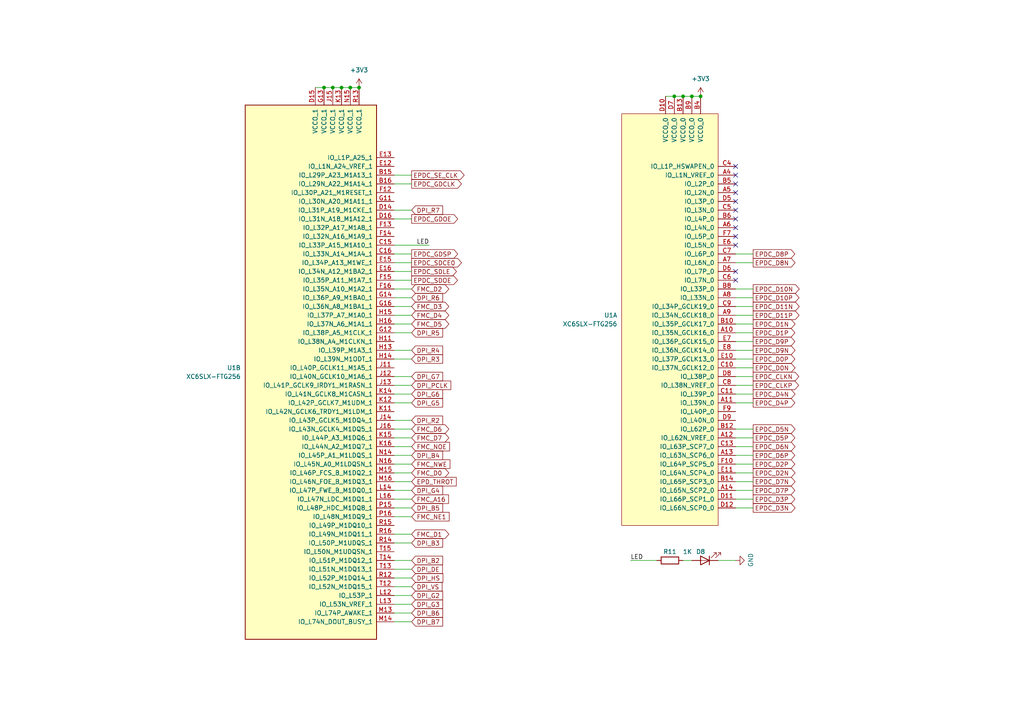
<source format=kicad_sch>
(kicad_sch (version 20231120) (generator "eeschema") (generator_version "8.0")
  (paper "A4")
  (lib_symbols
    (symbol "Device:LED" (pin_numbers hide) (pin_names (offset 1.016) hide)
      (property "Reference" "D" (at 0 2.54 0))
      (property "Value" "LED" (at 0 -2.54 0))
      (symbol "LED_0_1"
        (polyline (pts (xy -1.27 -1.27) (xy -1.27 1.27)) (stroke (width 0.254)))
        (polyline (pts (xy -1.27 0) (xy 1.27 0)))
        (polyline (pts (xy 1.27 -1.27) (xy 1.27 1.27) (xy -1.27 0) (xy 1.27 -1.27)) (stroke (width 0.254)))
        (polyline (pts (xy -3.048 -0.762) (xy -4.572 -2.286) (xy -3.81 -2.286) (xy -4.572 -2.286) (xy -4.572 -1.524)))
        (polyline (pts (xy -1.778 -0.762) (xy -3.302 -2.286) (xy -2.54 -2.286) (xy -3.302 -2.286) (xy -3.302 -1.524)))
      )
      (symbol "LED_1_1"
        (pin passive line (at -3.81 0 0) (length 2.54) (name "K") (number "1"))
        (pin passive line (at 3.81 0 180) (length 2.54) (name "A") (number "2"))
      )
    )
    (symbol "Device:R" (pin_numbers hide) (pin_names (offset 0))
      (property "Reference" "R" (at 2.032 0 90))
      (property "Value" "R" (at 0 0 90))
      (symbol "R_0_1"
        (rectangle (start -1.016 -2.54) (end 1.016 2.54) (stroke (width 0.254)))
      )
      (symbol "R_1_1"
        (pin passive line (at 0 3.81 270) (length 1.27) (name "~") (number "1"))
        (pin passive line (at 0 -3.81 90) (length 1.27) (name "~") (number "2"))
      )
    )
    (symbol "power:GND" (power) (pin_names (offset 0))
      (property "Value" "GND" (at 0 -3.81 0))
      (symbol "GND_0_1"
        (polyline (pts (xy 0 0) (xy 0 -1.27) (xy 1.27 -1.27) (xy 0 -2.54) (xy -1.27 -1.27) (xy 0 -1.27)))
      )
      (symbol "GND_1_1"
        (pin power_in line (at 0 0 270) (length 0) hide (name "GND") (number "1"))
      )
    )
    (symbol "symbols:+V" (power) (pin_names (offset 0))
      (property "Value" "+V" (at 0 3.556 0))
      (symbol "+V_0_1"
        (polyline (pts (xy -0.762 1.27) (xy 0 2.54)))
        (polyline (pts (xy 0 0) (xy 0 2.54)))
        (polyline (pts (xy 0 2.54) (xy 0.762 1.27)))
      )
      (symbol "+V_1_1"
        (pin power_in line (at 0 0 90) (length 0) hide (name "~") (number "1"))
      )
    )
    (symbol "symbols:XC6SLX-FTG256" (pin_names (offset 1.016))
      (property "Reference" "U" (at 0 1.27 0))
      (property "Value" "XC6SLX-FTG256" (at 0 -1.27 0))
      (symbol "XC6SLX-FTG256_1_1"
        (rectangle (start -15.24 60.96) (end 12.7 -58.42) (fill (type background)))
        (pin bidirectional line (at 17.78 -2.54 180) (length 5.08) (name "IO_L35N_GCLK16_0") (number "A10"))
        (pin bidirectional line (at 17.78 -22.86 180) (length 5.08) (name "IO_L39N_0") (number "A11"))
        (pin bidirectional line (at 17.78 -33.02 180) (length 5.08) (name "IO_L62N_VREF_0") (number "A12"))
        (pin bidirectional line (at 17.78 -38.1 180) (length 5.08) (name "IO_L63N_SCP6_0") (number "A13"))
        (pin bidirectional line (at 17.78 -48.26 180) (length 5.08) (name "IO_L65N_SCP2_0") (number "A14"))
        (pin bidirectional line (at 17.78 43.18 180) (length 5.08) (name "IO_L1N_VREF_0") (number "A4"))
        (pin bidirectional line (at 17.78 38.1 180) (length 5.08) (name "IO_L2N_0") (number "A5"))
        (pin bidirectional line (at 17.78 27.94 180) (length 5.08) (name "IO_L4N_0") (number "A6"))
        (pin bidirectional line (at 17.78 17.78 180) (length 5.08) (name "IO_L6N_0") (number "A7"))
        (pin bidirectional line (at 17.78 7.62 180) (length 5.08) (name "IO_L33N_0") (number "A8"))
        (pin bidirectional line (at 17.78 2.54 180) (length 5.08) (name "IO_L34N_GCLK18_0") (number "A9"))
        (pin bidirectional line (at 17.78 0 180) (length 5.08) (name "IO_L35P_GCLK17_0") (number "B10"))
        (pin bidirectional line (at 17.78 -30.48 180) (length 5.08) (name "IO_L62P_0") (number "B12"))
        (pin power_in line (at 2.54 66.04 270) (length 5.08) (name "VCCO_0") (number "B13"))
        (pin bidirectional line (at 17.78 -45.72 180) (length 5.08) (name "IO_L65P_SCP3_0") (number "B14"))
        (pin power_in line (at 7.62 66.04 270) (length 5.08) (name "VCCO_0") (number "B4"))
        (pin bidirectional line (at 17.78 40.64 180) (length 5.08) (name "IO_L2P_0") (number "B5"))
        (pin bidirectional line (at 17.78 30.48 180) (length 5.08) (name "IO_L4P_0") (number "B6"))
        (pin bidirectional line (at 17.78 10.16 180) (length 5.08) (name "IO_L33P_0") (number "B8"))
        (pin power_in line (at 5.08 66.04 270) (length 5.08) (name "VCCO_0") (number "B9"))
        (pin bidirectional line (at 17.78 -12.7 180) (length 5.08) (name "IO_L37N_GCLK12_0") (number "C10"))
        (pin bidirectional line (at 17.78 -20.32 180) (length 5.08) (name "IO_L39P_0") (number "C11"))
        (pin bidirectional line (at 17.78 -35.56 180) (length 5.08) (name "IO_L63P_SCP7_0") (number "C13"))
        (pin bidirectional line (at 17.78 45.72 180) (length 5.08) (name "IO_L1P_HSWAPEN_0") (number "C4"))
        (pin bidirectional line (at 17.78 33.02 180) (length 5.08) (name "IO_L3N_0") (number "C5"))
        (pin bidirectional line (at 17.78 12.7 180) (length 5.08) (name "IO_L7N_0") (number "C6"))
        (pin bidirectional line (at 17.78 20.32 180) (length 5.08) (name "IO_L6P_0") (number "C7"))
        (pin bidirectional line (at 17.78 -17.78 180) (length 5.08) (name "IO_L38N_VREF_0") (number "C8"))
        (pin bidirectional line (at 17.78 5.08 180) (length 5.08) (name "IO_L34P_GCLK19_0") (number "C9"))
        (pin power_in line (at -2.54 66.04 270) (length 5.08) (name "VCCO_0") (number "D10"))
        (pin bidirectional line (at 17.78 -50.8 180) (length 5.08) (name "IO_L66P_SCP1_0") (number "D11"))
        (pin bidirectional line (at 17.78 -53.34 180) (length 5.08) (name "IO_L66N_SCP0_0") (number "D12"))
        (pin bidirectional line (at 17.78 35.56 180) (length 5.08) (name "IO_L3P_0") (number "D5"))
        (pin bidirectional line (at 17.78 15.24 180) (length 5.08) (name "IO_L7P_0") (number "D6"))
        (pin power_in line (at 0 66.04 270) (length 5.08) (name "VCCO_0") (number "D7"))
        (pin bidirectional line (at 17.78 -15.24 180) (length 5.08) (name "IO_L38P_0") (number "D8"))
        (pin bidirectional line (at 17.78 -27.94 180) (length 5.08) (name "IO_L40N_0") (number "D9"))
        (pin bidirectional line (at 17.78 -10.16 180) (length 5.08) (name "IO_L37P_GCLK13_0") (number "E10"))
        (pin bidirectional line (at 17.78 -43.18 180) (length 5.08) (name "IO_L64N_SCP4_0") (number "E11"))
        (pin bidirectional line (at 17.78 22.86 180) (length 5.08) (name "IO_L5N_0") (number "E6"))
        (pin bidirectional line (at 17.78 -5.08 180) (length 5.08) (name "IO_L36P_GCLK15_0") (number "E7"))
        (pin bidirectional line (at 17.78 -7.62 180) (length 5.08) (name "IO_L36N_GCLK14_0") (number "E8"))
        (pin bidirectional line (at 17.78 -40.64 180) (length 5.08) (name "IO_L64P_SCP5_0") (number "F10"))
        (pin bidirectional line (at 17.78 25.4 180) (length 5.08) (name "IO_L5P_0") (number "F7"))
        (pin bidirectional line (at 17.78 -25.4 180) (length 5.08) (name "IO_L40P_0") (number "F9"))
      )
      (symbol "XC6SLX-FTG256_2_1"
        (rectangle (start -20.32 76.2) (end 17.78 -78.74) (stroke (width 0.254)) (fill (type background)))
        (pin bidirectional line (at 22.86 55.88 180) (length 5.08) (name "IO_L29P_A23_M1A13_1") (number "B15"))
        (pin bidirectional line (at 22.86 53.34 180) (length 5.08) (name "IO_L29N_A22_M1A14_1") (number "B16"))
        (pin bidirectional line (at 22.86 35.56 180) (length 5.08) (name "IO_L33P_A15_M1A10_1") (number "C15"))
        (pin bidirectional line (at 22.86 33.02 180) (length 5.08) (name "IO_L33N_A14_M1A4_1") (number "C16"))
        (pin bidirectional line (at 22.86 45.72 180) (length 5.08) (name "IO_L31P_A19_M1CKE_1") (number "D14"))
        (pin power_in line (at 0 81.28 270) (length 5.08) (name "VCCO_1") (number "D15"))
        (pin bidirectional line (at 22.86 43.18 180) (length 5.08) (name "IO_L31N_A18_M1A12_1") (number "D16"))
        (pin bidirectional line (at 22.86 58.42 180) (length 5.08) (name "IO_L1N_A24_VREF_1") (number "E12"))
        (pin bidirectional line (at 22.86 60.96 180) (length 5.08) (name "IO_L1P_A25_1") (number "E13"))
        (pin bidirectional line (at 22.86 30.48 180) (length 5.08) (name "IO_L34P_A13_M1WE_1") (number "E15"))
        (pin bidirectional line (at 22.86 27.94 180) (length 5.08) (name "IO_L34N_A12_M1BA2_1") (number "E16"))
        (pin bidirectional line (at 22.86 50.8 180) (length 5.08) (name "IO_L30P_A21_M1RESET_1") (number "F12"))
        (pin bidirectional line (at 22.86 40.64 180) (length 5.08) (name "IO_L32P_A17_M1A8_1") (number "F13"))
        (pin bidirectional line (at 22.86 38.1 180) (length 5.08) (name "IO_L32N_A16_M1A9_1") (number "F14"))
        (pin bidirectional line (at 22.86 25.4 180) (length 5.08) (name "IO_L35P_A11_M1A7_1") (number "F15"))
        (pin bidirectional line (at 22.86 22.86 180) (length 5.08) (name "IO_L35N_A10_M1A2_1") (number "F16"))
        (pin bidirectional line (at 22.86 48.26 180) (length 5.08) (name "IO_L30N_A20_M1A11_1") (number "G11"))
        (pin bidirectional line (at 22.86 10.16 180) (length 5.08) (name "IO_L38P_A5_M1CLK_1") (number "G12"))
        (pin power_in line (at 2.54 81.28 270) (length 5.08) (name "VCCO_1") (number "G13"))
        (pin bidirectional line (at 22.86 20.32 180) (length 5.08) (name "IO_L36P_A9_M1BA0_1") (number "G14"))
        (pin bidirectional line (at 22.86 17.78 180) (length 5.08) (name "IO_L36N_A8_M1BA1_1") (number "G16"))
        (pin bidirectional line (at 22.86 7.62 180) (length 5.08) (name "IO_L38N_A4_M1CLKN_1") (number "H11"))
        (pin bidirectional line (at 22.86 5.08 180) (length 5.08) (name "IO_L39P_M1A3_1") (number "H13"))
        (pin bidirectional line (at 22.86 2.54 180) (length 5.08) (name "IO_L39N_M1ODT_1") (number "H14"))
        (pin bidirectional line (at 22.86 15.24 180) (length 5.08) (name "IO_L37P_A7_M1A0_1") (number "H15"))
        (pin bidirectional line (at 22.86 12.7 180) (length 5.08) (name "IO_L37N_A6_M1A1_1") (number "H16"))
        (pin bidirectional line (at 22.86 0 180) (length 5.08) (name "IO_L40P_GCLK11_M1A5_1") (number "J11"))
        (pin bidirectional line (at 22.86 -2.54 180) (length 5.08) (name "IO_L40N_GCLK10_M1A6_1") (number "J12"))
        (pin bidirectional line (at 22.86 -5.08 180) (length 5.08) (name "IO_L41P_GCLK9_IRDY1_M1RASN_1") (number "J13"))
        (pin bidirectional line (at 22.86 -15.24 180) (length 5.08) (name "IO_L43P_GCLK5_M1DQ4_1") (number "J14"))
        (pin power_in line (at 5.08 81.28 270) (length 5.08) (name "VCCO_1") (number "J15"))
        (pin bidirectional line (at 22.86 -17.78 180) (length 5.08) (name "IO_L43N_GCLK4_M1DQ5_1") (number "J16"))
        (pin bidirectional line (at 22.86 -12.7 180) (length 5.08) (name "IO_L42N_GCLK6_TRDY1_M1LDM_1") (number "K11"))
        (pin bidirectional line (at 22.86 -10.16 180) (length 5.08) (name "IO_L42P_GCLK7_M1UDM_1") (number "K12"))
        (pin power_in line (at 7.62 81.28 270) (length 5.08) (name "VCCO_1") (number "K13"))
        (pin bidirectional line (at 22.86 -7.62 180) (length 5.08) (name "IO_L41N_GCLK8_M1CASN_1") (number "K14"))
        (pin bidirectional line (at 22.86 -20.32 180) (length 5.08) (name "IO_L44P_A3_M1DQ6_1") (number "K15"))
        (pin bidirectional line (at 22.86 -22.86 180) (length 5.08) (name "IO_L44N_A2_M1DQ7_1") (number "K16"))
        (pin bidirectional line (at 22.86 -66.04 180) (length 5.08) (name "IO_L53P_1") (number "L12"))
        (pin bidirectional line (at 22.86 -68.58 180) (length 5.08) (name "IO_L53N_VREF_1") (number "L13"))
        (pin bidirectional line (at 22.86 -35.56 180) (length 5.08) (name "IO_L47P_FWE_B_M1DQ0_1") (number "L14"))
        (pin bidirectional line (at 22.86 -38.1 180) (length 5.08) (name "IO_L47N_LDC_M1DQ1_1") (number "L16"))
        (pin bidirectional line (at 22.86 -71.12 180) (length 5.08) (name "IO_L74P_AWAKE_1") (number "M13"))
        (pin bidirectional line (at 22.86 -73.66 180) (length 5.08) (name "IO_L74N_DOUT_BUSY_1") (number "M14"))
        (pin bidirectional line (at 22.86 -30.48 180) (length 5.08) (name "IO_L46P_FCS_B_M1DQ2_1") (number "M15"))
        (pin bidirectional line (at 22.86 -33.02 180) (length 5.08) (name "IO_L46N_FOE_B_M1DQ3_1") (number "M16"))
        (pin bidirectional line (at 22.86 -25.4 180) (length 5.08) (name "IO_L45P_A1_M1LDQS_1") (number "N14"))
        (pin power_in line (at 10.16 81.28 270) (length 5.08) (name "VCCO_1") (number "N15"))
        (pin bidirectional line (at 22.86 -27.94 180) (length 5.08) (name "IO_L45N_A0_M1LDQSN_1") (number "N16"))
        (pin bidirectional line (at 22.86 -40.64 180) (length 5.08) (name "IO_L48P_HDC_M1DQ8_1") (number "P15"))
        (pin bidirectional line (at 22.86 -43.18 180) (length 5.08) (name "IO_L48N_M1DQ9_1") (number "P16"))
        (pin bidirectional line (at 22.86 -60.96 180) (length 5.08) (name "IO_L52P_M1DQ14_1") (number "R12"))
        (pin power_in line (at 12.7 81.28 270) (length 5.08) (name "VCCO_1") (number "R13"))
        (pin bidirectional line (at 22.86 -50.8 180) (length 5.08) (name "IO_L50P_M1UDQS_1") (number "R14"))
        (pin bidirectional line (at 22.86 -45.72 180) (length 5.08) (name "IO_L49P_M1DQ10_1") (number "R15"))
        (pin bidirectional line (at 22.86 -48.26 180) (length 5.08) (name "IO_L49N_M1DQ11_1") (number "R16"))
        (pin bidirectional line (at 22.86 -63.5 180) (length 5.08) (name "IO_L52N_M1DQ15_1") (number "T12"))
        (pin bidirectional line (at 22.86 -58.42 180) (length 5.08) (name "IO_L51N_M1DQ13_1") (number "T13"))
        (pin bidirectional line (at 22.86 -55.88 180) (length 5.08) (name "IO_L51P_M1DQ12_1") (number "T14"))
        (pin bidirectional line (at 22.86 -53.34 180) (length 5.08) (name "IO_L50N_M1UDQSN_1") (number "T15"))
      )
      (symbol "XC6SLX-FTG256_3_1"
        (rectangle (start -17.78 58.42) (end 15.24 -55.88) (stroke (width 0.254)) (fill (type background)))
        (pin bidirectional line (at 20.32 12.7 180) (length 5.08) (name "IO_L16P_2") (number "L10"))
        (pin bidirectional line (at 20.32 -35.56 180) (length 5.08) (name "IO_L62N_D6_2") (number "L7"))
        (pin bidirectional line (at 20.32 -33.02 180) (length 5.08) (name "IO_L62P_D5_2") (number "L8"))
        (pin bidirectional line (at 20.32 10.16 180) (length 5.08) (name "IO_L16N_VREF_2") (number "M10"))
        (pin bidirectional line (at 20.32 35.56 180) (length 5.08) (name "IO_L2N_CMPMOSI_2") (number "M11"))
        (pin bidirectional line (at 20.32 38.1 180) (length 5.08) (name "IO_L2P_CMPCLK_2") (number "M12"))
        (pin bidirectional line (at 20.32 -43.18 180) (length 5.08) (name "IO_L64P_D8_2") (number "M6"))
        (pin bidirectional line (at 20.32 -10.16 180) (length 5.08) (name "IO_L31N_GCLK30_D15_2") (number "M7"))
        (pin bidirectional line (at 20.32 2.54 180) (length 5.08) (name "IO_L29P_GCLK3_2") (number "M9"))
        (pin power_in line (at 7.62 63.5 270) (length 5.08) (name "VCCO_2") (number "N10"))
        (pin bidirectional line (at 20.32 22.86 180) (length 5.08) (name "IO_L13P_M1_2") (number "N11"))
        (pin bidirectional line (at 20.32 27.94 180) (length 5.08) (name "IO_L12P_D1_MISO2_2") (number "N12"))
        (pin bidirectional line (at 20.32 -27.94 180) (length 5.08) (name "IO_L49P_D3_2") (number "N5"))
        (pin bidirectional line (at 20.32 -45.72 180) (length 5.08) (name "IO_L64N_D9_2") (number "N6"))
        (pin power_in line (at 10.16 63.5 270) (length 5.08) (name "VCCO_2") (number "N7"))
        (pin bidirectional line (at 20.32 0 180) (length 5.08) (name "IO_L29N_GCLK2_2") (number "N8"))
        (pin bidirectional line (at 20.32 17.78 180) (length 5.08) (name "IO_L14P_D11_2") (number "N9"))
        (pin bidirectional line (at 20.32 33.02 180) (length 5.08) (name "IO_L3P_D0_DIN_MISO_MISO1_2") (number "P10"))
        (pin bidirectional line (at 20.32 20.32 180) (length 5.08) (name "IO_L13N_D10_2") (number "P11"))
        (pin bidirectional line (at 20.32 25.4 180) (length 5.08) (name "IO_L12N_D2_MISO3_2") (number "P12"))
        (pin bidirectional line (at 20.32 -38.1 180) (length 5.08) (name "IO_L63P_2") (number "P4"))
        (pin bidirectional line (at 20.32 -30.48 180) (length 5.08) (name "IO_L49N_D4_2") (number "P5"))
        (pin bidirectional line (at 20.32 -17.78 180) (length 5.08) (name "IO_L47P_2") (number "P6"))
        (pin bidirectional line (at 20.32 -7.62 180) (length 5.08) (name "IO_L31P_GCLK31_D14_2") (number "P7"))
        (pin bidirectional line (at 20.32 -2.54 180) (length 5.08) (name "IO_L30P_GCLK1_D13_2") (number "P8"))
        (pin bidirectional line (at 20.32 15.24 180) (length 5.08) (name "IO_L14N_D12_2") (number "P9"))
        (pin bidirectional line (at 20.32 43.18 180) (length 5.08) (name "IO_L1P_CCLK_2") (number "R11"))
        (pin bidirectional line (at 20.32 -48.26 180) (length 5.08) (name "IO_L65P_INIT_B_2") (number "R3"))
        (pin power_in line (at 5.08 63.5 270) (length 5.08) (name "VCCO_2") (number "R4"))
        (pin bidirectional line (at 20.32 -22.86 180) (length 5.08) (name "IO_L48P_D7_2") (number "R5"))
        (pin bidirectional line (at 20.32 -12.7 180) (length 5.08) (name "IO_L32P_GCLK29_2") (number "R7"))
        (pin power_in line (at 2.54 63.5 270) (length 5.08) (name "VCCO_2") (number "R8"))
        (pin bidirectional line (at 20.32 7.62 180) (length 5.08) (name "IO_L23P_2") (number "R9"))
        (pin bidirectional line (at 20.32 30.48 180) (length 5.08) (name "IO_L3N_MOSI_CSI_B_MISO0_2") (number "T10"))
        (pin bidirectional line (at 20.32 40.64 180) (length 5.08) (name "IO_L1N_M0_CMPMISO_2") (number "T11"))
        (pin bidirectional line (at 20.32 -50.8 180) (length 5.08) (name "IO_L65N_CSO_B_2") (number "T3"))
        (pin bidirectional line (at 20.32 -40.64 180) (length 5.08) (name "IO_L63N_2") (number "T4"))
        (pin bidirectional line (at 20.32 -25.4 180) (length 5.08) (name "IO_L48N_RDWR_B_VREF_2") (number "T5"))
        (pin bidirectional line (at 20.32 -20.32 180) (length 5.08) (name "IO_L47N_2") (number "T6"))
        (pin bidirectional line (at 20.32 -15.24 180) (length 5.08) (name "IO_L32N_GCLK28_2") (number "T7"))
        (pin bidirectional line (at 20.32 -5.08 180) (length 5.08) (name "IO_L30N_GCLK0_USERCCLK_2") (number "T8"))
        (pin bidirectional line (at 20.32 5.08 180) (length 5.08) (name "IO_L23N_2") (number "T9"))
      )
      (symbol "XC6SLX-FTG256_4_1"
        (rectangle (start -17.78 76.2) (end 20.32 -78.74) (fill (type background)))
        (pin bidirectional line (at 25.4 -53.34 180) (length 5.08) (name "IO_L52N_M3A9_3") (number "A2"))
        (pin bidirectional line (at 25.4 -73.66 180) (length 5.08) (name "IO_L83N_VREF_3") (number "A3"))
        (pin bidirectional line (at 25.4 -43.18 180) (length 5.08) (name "IO_L50N_M3BA2_3") (number "B1"))
        (pin bidirectional line (at 25.4 -50.8 180) (length 5.08) (name "IO_L52P_M3A8_3") (number "B2"))
        (pin bidirectional line (at 25.4 -71.12 180) (length 5.08) (name "IO_L83P_3") (number "B3"))
        (pin bidirectional line (at 25.4 -40.64 180) (length 5.08) (name "IO_L50P_M3WE_3") (number "C1"))
        (pin bidirectional line (at 25.4 -33.02 180) (length 5.08) (name "IO_L48N_M3BA1_3") (number "C2"))
        (pin bidirectional line (at 25.4 -30.48 180) (length 5.08) (name "IO_L48P_M3BA0_3") (number "C3"))
        (pin bidirectional line (at 25.4 -38.1 180) (length 5.08) (name "IO_L49N_M3A2_3") (number "D1"))
        (pin power_in line (at 5.08 81.28 270) (length 5.08) (name "VCCO_3") (number "D2"))
        (pin bidirectional line (at 25.4 -35.56 180) (length 5.08) (name "IO_L49P_M3A7_3") (number "D3"))
        (pin bidirectional line (at 25.4 -22.86 180) (length 5.08) (name "IO_L46N_M3CLKN_3") (number "E1"))
        (pin bidirectional line (at 25.4 -20.32 180) (length 5.08) (name "IO_L46P_M3CLK_3") (number "E2"))
        (pin bidirectional line (at 25.4 -63.5 180) (length 5.08) (name "IO_L54N_M3A11_3") (number "E3"))
        (pin bidirectional line (at 25.4 -60.96 180) (length 5.08) (name "IO_L54P_M3RESET_3") (number "E4"))
        (pin bidirectional line (at 25.4 2.54 180) (length 5.08) (name "IO_L41N_GCLK26_M3DQ5_3") (number "F1"))
        (pin bidirectional line (at 25.4 5.08 180) (length 5.08) (name "IO_L41P_GCLK27_M3DQ4_3") (number "F2"))
        (pin bidirectional line (at 25.4 -58.42 180) (length 5.08) (name "IO_L53N_M3A12_3") (number "F3"))
        (pin bidirectional line (at 25.4 -55.88 180) (length 5.08) (name "IO_L53P_M3CKE_3") (number "F4"))
        (pin bidirectional line (at 25.4 -68.58 180) (length 5.08) (name "IO_L55N_M3A14_3") (number "F5"))
        (pin bidirectional line (at 25.4 -66.04 180) (length 5.08) (name "IO_L55P_M3A13_3") (number "F6"))
        (pin bidirectional line (at 25.4 7.62 180) (length 5.08) (name "IO_L40N_M3DQ7_3") (number "G1"))
        (pin bidirectional line (at 25.4 10.16 180) (length 5.08) (name "IO_L40P_M3DQ6_3") (number "G3"))
        (pin power_in line (at 7.62 81.28 270) (length 5.08) (name "VCCO_3") (number "G4"))
        (pin bidirectional line (at 25.4 -48.26 180) (length 5.08) (name "IO_L51N_M3A4_3") (number "G5"))
        (pin bidirectional line (at 25.4 -45.72 180) (length 5.08) (name "IO_L51P_M3A10_3") (number "G6"))
        (pin bidirectional line (at 25.4 12.7 180) (length 5.08) (name "IO_L39N_M3LDQSN_3") (number "H1"))
        (pin bidirectional line (at 25.4 15.24 180) (length 5.08) (name "IO_L39P_M3LDQS_3") (number "H2"))
        (pin bidirectional line (at 25.4 -12.7 180) (length 5.08) (name "IO_L44N_GCLK20_M3A6_3") (number "H3"))
        (pin bidirectional line (at 25.4 -10.16 180) (length 5.08) (name "IO_L44P_GCLK21_M3A5_3") (number "H4"))
        (pin bidirectional line (at 25.4 -7.62 180) (length 5.08) (name "IO_L43N_GCLK22_IRDY2_M3CASN_3") (number "H5"))
        (pin bidirectional line (at 25.4 17.78 180) (length 5.08) (name "IO_L38N_M3DQ3_3") (number "J1"))
        (pin power_in line (at 10.16 81.28 270) (length 5.08) (name "VCCO_3") (number "J2"))
        (pin bidirectional line (at 25.4 20.32 180) (length 5.08) (name "IO_L38P_M3DQ2_3") (number "J3"))
        (pin bidirectional line (at 25.4 -2.54 180) (length 5.08) (name "IO_L42N_GCLK24_M3LDM_3") (number "J4"))
        (pin bidirectional line (at 25.4 -5.08 180) (length 5.08) (name "IO_L43P_GCLK23_M3RASN_3") (number "J6"))
        (pin bidirectional line (at 25.4 22.86 180) (length 5.08) (name "IO_L37N_M3DQ1_3") (number "K1"))
        (pin bidirectional line (at 25.4 25.4 180) (length 5.08) (name "IO_L37P_M3DQ0_3") (number "K2"))
        (pin bidirectional line (at 25.4 0 180) (length 5.08) (name "IO_L42P_GCLK25_TRDY2_M3UDM_3") (number "K3"))
        (pin power_in line (at 12.7 81.28 270) (length 5.08) (name "VCCO_3") (number "K4"))
        (pin bidirectional line (at 25.4 -25.4 180) (length 5.08) (name "IO_L47P_M3A0_3") (number "K5"))
        (pin bidirectional line (at 25.4 -27.94 180) (length 5.08) (name "IO_L47N_M3A1_3") (number "K6"))
        (pin bidirectional line (at 25.4 27.94 180) (length 5.08) (name "IO_L36N_M3DQ9_3") (number "L1"))
        (pin bidirectional line (at 25.4 30.48 180) (length 5.08) (name "IO_L36P_M3DQ8_3") (number "L3"))
        (pin bidirectional line (at 25.4 -15.24 180) (length 5.08) (name "IO_L45P_M3A3_3") (number "L4"))
        (pin bidirectional line (at 25.4 -17.78 180) (length 5.08) (name "IO_L45N_M3ODT_3") (number "L5"))
        (pin bidirectional line (at 25.4 33.02 180) (length 5.08) (name "IO_L35N_M3DQ11_3") (number "M1"))
        (pin bidirectional line (at 25.4 35.56 180) (length 5.08) (name "IO_L35P_M3DQ10_3") (number "M2"))
        (pin bidirectional line (at 25.4 58.42 180) (length 5.08) (name "IO_L1N_VREF_3") (number "M3"))
        (pin bidirectional line (at 25.4 60.96 180) (length 5.08) (name "IO_L1P_3") (number "M4"))
        (pin bidirectional line (at 25.4 55.88 180) (length 5.08) (name "IO_L2P_3") (number "M5"))
        (pin bidirectional line (at 25.4 38.1 180) (length 5.08) (name "IO_L34N_M3UDQSN_3") (number "N1"))
        (pin power_in line (at 15.24 81.28 270) (length 5.08) (name "VCCO_3") (number "N2"))
        (pin bidirectional line (at 25.4 40.64 180) (length 5.08) (name "IO_L34P_M3UDQS_3") (number "N3"))
        (pin bidirectional line (at 25.4 53.34 180) (length 5.08) (name "IO_L2N_3") (number "N4"))
        (pin bidirectional line (at 25.4 43.18 180) (length 5.08) (name "IO_L33N_M3DQ13_3") (number "P1"))
        (pin bidirectional line (at 25.4 45.72 180) (length 5.08) (name "IO_L33P_M3DQ12_3") (number "P2"))
        (pin bidirectional line (at 25.4 48.26 180) (length 5.08) (name "IO_L32N_M3DQ15_3") (number "R1"))
        (pin bidirectional line (at 25.4 50.8 180) (length 5.08) (name "IO_L32P_M3DQ14_3") (number "R2"))
      )
      (symbol "XC6SLX-FTG256_5_1"
        (rectangle (start -10.16 15.24) (end 10.16 -15.24) (stroke (width 0.254)) (fill (type background)))
        (pin bidirectional line (at 15.24 7.62 180) (length 5.08) (name "TMS") (number "A15"))
        (pin bidirectional line (at 15.24 12.7 180) (length 5.08) (name "TDI") (number "C12"))
        (pin bidirectional line (at 15.24 5.08 180) (length 5.08) (name "TCK") (number "C14"))
        (pin bidirectional line (at 15.24 10.16 180) (length 5.08) (name "TDO") (number "E14"))
        (pin bidirectional line (at 15.24 -12.7 180) (length 5.08) (name "CMPCS_B_2") (number "L11"))
        (pin bidirectional line (at 15.24 0 180) (length 5.08) (name "DONE_2") (number "P13"))
        (pin bidirectional line (at 15.24 -7.62 180) (length 5.08) (name "SUSPEND") (number "P14"))
        (pin bidirectional line (at 15.24 -2.54 180) (length 5.08) (name "PROGRAM_B_2") (number "T2"))
      )
      (symbol "XC6SLX-FTG256_6_1"
        (rectangle (start -15.24 30.48) (end 15.24 -30.48) (stroke (width 0.254)) (fill (type background)))
        (pin power_in line (at -20.32 2.54 0) (length 5.08) (name "GND") (number "A1"))
        (pin power_in line (at -20.32 0 0) (length 5.08) (name "GND") (number "A16"))
        (pin power_in line (at -20.32 -5.08 0) (length 5.08) (name "GND") (number "B11"))
        (pin power_in line (at -20.32 -2.54 0) (length 5.08) (name "GND") (number "B7"))
        (pin power_in line (at -20.32 -10.16 0) (length 5.08) (name "GND") (number "D13"))
        (pin power_in line (at -20.32 -7.62 0) (length 5.08) (name "GND") (number "D4"))
        (pin power_in line (at -20.32 27.94 0) (length 5.08) (name "VCCAUX") (number "E5"))
        (pin power_in line (at -20.32 -12.7 0) (length 5.08) (name "GND") (number "E9"))
        (pin power_in line (at -20.32 22.86 0) (length 5.08) (name "VCCAUX") (number "F11"))
        (pin power_in line (at -20.32 25.4 0) (length 5.08) (name "VCCAUX") (number "F8"))
        (pin power_in line (at -20.32 20.32 0) (length 5.08) (name "VCCAUX") (number "G10"))
        (pin power_in line (at -20.32 -20.32 0) (length 5.08) (name "GND") (number "G15"))
        (pin power_in line (at -20.32 -15.24 0) (length 5.08) (name "GND") (number "G2"))
        (pin power_in line (at 20.32 27.94 180) (length 5.08) (name "VCCINT") (number "G7"))
        (pin power_in line (at -20.32 -17.78 0) (length 5.08) (name "GND") (number "G8"))
        (pin power_in line (at 20.32 25.4 180) (length 5.08) (name "VCCINT") (number "G9"))
        (pin power_in line (at 20.32 20.32 180) (length 5.08) (name "VCCINT") (number "H10"))
        (pin power_in line (at -20.32 -27.94 0) (length 5.08) (name "GND") (number "H12"))
        (pin power_in line (at -20.32 17.78 0) (length 5.08) (name "VCCAUX") (number "H6"))
        (pin power_in line (at -20.32 -22.86 0) (length 5.08) (name "GND") (number "H7"))
        (pin power_in line (at 20.32 22.86 180) (length 5.08) (name "VCCINT") (number "H8"))
        (pin power_in line (at -20.32 -25.4 0) (length 5.08) (name "GND") (number "H9"))
        (pin power_in line (at -20.32 15.24 0) (length 5.08) (name "VCCAUX") (number "J10"))
        (pin power_in line (at 20.32 2.54 180) (length 5.08) (name "GND") (number "J5"))
        (pin power_in line (at 20.32 17.78 180) (length 5.08) (name "VCCINT") (number "J7"))
        (pin power_in line (at 20.32 0 180) (length 5.08) (name "GND") (number "J8"))
        (pin power_in line (at 20.32 15.24 180) (length 5.08) (name "VCCINT") (number "J9"))
        (pin power_in line (at 20.32 10.16 180) (length 5.08) (name "VCCINT") (number "K10"))
        (pin power_in line (at 20.32 -2.54 180) (length 5.08) (name "GND") (number "K7"))
        (pin power_in line (at 20.32 12.7 180) (length 5.08) (name "VCCINT") (number "K8"))
        (pin power_in line (at 20.32 -5.08 180) (length 5.08) (name "GND") (number "K9"))
        (pin power_in line (at 20.32 -10.16 180) (length 5.08) (name "GND") (number "L15"))
        (pin power_in line (at 20.32 -7.62 180) (length 5.08) (name "GND") (number "L2"))
        (pin power_in line (at -20.32 12.7 0) (length 5.08) (name "VCCAUX") (number "L6"))
        (pin power_in line (at -20.32 10.16 0) (length 5.08) (name "VCCAUX") (number "L9"))
        (pin power_in line (at 20.32 -12.7 180) (length 5.08) (name "GND") (number "M8"))
        (pin power_in line (at 20.32 -15.24 180) (length 5.08) (name "GND") (number "N13"))
        (pin power_in line (at 20.32 -17.78 180) (length 5.08) (name "GND") (number "P3"))
        (pin power_in line (at 20.32 -22.86 180) (length 5.08) (name "GND") (number "R10"))
        (pin power_in line (at 20.32 -20.32 180) (length 5.08) (name "GND") (number "R6"))
        (pin power_in line (at 20.32 -25.4 180) (length 5.08) (name "GND") (number "T1"))
        (pin power_in line (at 20.32 -27.94 180) (length 5.08) (name "GND") (number "T16"))
      )
    )
  )
  (junction (at 101.6 25.4))
  (junction (at 200.66 27.94))
  (junction (at 104.14 25.4))
  (junction (at 198.12 27.94))
  (junction (at 203.2 27.94))
  (junction (at 99.06 25.4))
  (junction (at 93.98 25.4))
  (junction (at 195.58 27.94))
  (junction (at 96.52 25.4))
  (no_connect (at 213.36 55.88))
  (no_connect (at 213.36 71.12))
  (no_connect (at 213.36 63.5))
  (no_connect (at 213.36 58.42))
  (no_connect (at 213.36 81.28))
  (no_connect (at 213.36 60.96))
  (no_connect (at 213.36 66.04))
  (no_connect (at 213.36 50.8))
  (no_connect (at 213.36 78.74))
  (no_connect (at 213.36 68.58))
  (no_connect (at 213.36 48.26))
  (no_connect (at 213.36 53.34))
  (wire (pts (xy 218.44 106.68) (xy 213.36 106.68)))
  (wire (pts (xy 119.38 86.36) (xy 114.3 86.36)))
  (wire (pts (xy 218.44 76.2) (xy 213.36 76.2)))
  (wire (pts (xy 218.44 144.78) (xy 213.36 144.78)))
  (wire (pts (xy 200.66 27.94) (xy 203.2 27.94)))
  (wire (pts (xy 218.44 111.76) (xy 213.36 111.76)))
  (wire (pts (xy 119.38 175.26) (xy 114.3 175.26)))
  (wire (pts (xy 119.38 132.08) (xy 114.3 132.08)))
  (wire (pts (xy 114.3 144.78) (xy 119.38 144.78)))
  (wire (pts (xy 119.38 104.14) (xy 114.3 104.14)))
  (wire (pts (xy 114.3 93.98) (xy 119.38 93.98)))
  (wire (pts (xy 114.3 127) (xy 119.38 127)))
  (wire (pts (xy 119.38 114.3) (xy 114.3 114.3)))
  (wire (pts (xy 114.3 149.86) (xy 119.38 149.86)))
  (wire (pts (xy 182.88 162.56) (xy 190.5 162.56)))
  (wire (pts (xy 119.38 157.48) (xy 114.3 157.48)))
  (wire (pts (xy 119.38 111.76) (xy 114.3 111.76)))
  (wire (pts (xy 119.38 165.1) (xy 114.3 165.1)))
  (wire (pts (xy 119.38 180.34) (xy 114.3 180.34)))
  (wire (pts (xy 119.38 53.34) (xy 114.3 53.34)))
  (wire (pts (xy 218.44 132.08) (xy 213.36 132.08)))
  (wire (pts (xy 114.3 124.46) (xy 119.38 124.46)))
  (wire (pts (xy 119.38 172.72) (xy 114.3 172.72)))
  (wire (pts (xy 218.44 104.14) (xy 213.36 104.14)))
  (wire (pts (xy 218.44 96.52) (xy 213.36 96.52)))
  (wire (pts (xy 114.3 81.28) (xy 119.38 81.28)))
  (wire (pts (xy 119.38 167.64) (xy 114.3 167.64)))
  (wire (pts (xy 218.44 147.32) (xy 213.36 147.32)))
  (wire (pts (xy 218.44 139.7) (xy 213.36 139.7)))
  (wire (pts (xy 119.38 50.8) (xy 114.3 50.8)))
  (wire (pts (xy 119.38 60.96) (xy 114.3 60.96)))
  (wire (pts (xy 93.98 25.4) (xy 96.52 25.4)))
  (wire (pts (xy 119.38 170.18) (xy 114.3 170.18)))
  (wire (pts (xy 218.44 86.36) (xy 213.36 86.36)))
  (wire (pts (xy 114.3 129.54) (xy 119.38 129.54)))
  (wire (pts (xy 119.38 78.74) (xy 114.3 78.74)))
  (wire (pts (xy 114.3 154.94) (xy 119.38 154.94)))
  (wire (pts (xy 218.44 73.66) (xy 213.36 73.66)))
  (wire (pts (xy 218.44 93.98) (xy 213.36 93.98)))
  (wire (pts (xy 218.44 127) (xy 213.36 127)))
  (wire (pts (xy 218.44 99.06) (xy 213.36 99.06)))
  (wire (pts (xy 119.38 147.32) (xy 114.3 147.32)))
  (wire (pts (xy 119.38 177.8) (xy 114.3 177.8)))
  (wire (pts (xy 198.12 162.56) (xy 200.66 162.56)))
  (wire (pts (xy 218.44 91.44) (xy 213.36 91.44)))
  (wire (pts (xy 218.44 137.16) (xy 213.36 137.16)))
  (wire (pts (xy 99.06 25.4) (xy 101.6 25.4)))
  (wire (pts (xy 218.44 83.82) (xy 213.36 83.82)))
  (wire (pts (xy 218.44 142.24) (xy 213.36 142.24)))
  (wire (pts (xy 119.38 96.52) (xy 114.3 96.52)))
  (wire (pts (xy 218.44 124.46) (xy 213.36 124.46)))
  (wire (pts (xy 218.44 109.22) (xy 213.36 109.22)))
  (wire (pts (xy 101.6 25.4) (xy 104.14 25.4)))
  (wire (pts (xy 119.38 121.92) (xy 114.3 121.92)))
  (wire (pts (xy 114.3 139.7) (xy 119.38 139.7)))
  (wire (pts (xy 218.44 116.84) (xy 213.36 116.84)))
  (wire (pts (xy 218.44 129.54) (xy 213.36 129.54)))
  (wire (pts (xy 114.3 137.16) (xy 119.38 137.16)))
  (wire (pts (xy 119.38 162.56) (xy 114.3 162.56)))
  (wire (pts (xy 114.3 88.9) (xy 119.38 88.9)))
  (wire (pts (xy 198.12 27.94) (xy 200.66 27.94)))
  (wire (pts (xy 218.44 114.3) (xy 213.36 114.3)))
  (wire (pts (xy 119.38 109.22) (xy 114.3 109.22)))
  (wire (pts (xy 119.38 63.5) (xy 114.3 63.5)))
  (wire (pts (xy 119.38 116.84) (xy 114.3 116.84)))
  (wire (pts (xy 114.3 83.82) (xy 119.38 83.82)))
  (wire (pts (xy 218.44 134.62) (xy 213.36 134.62)))
  (wire (pts (xy 218.44 101.6) (xy 213.36 101.6)))
  (wire (pts (xy 119.38 101.6) (xy 114.3 101.6)))
  (wire (pts (xy 96.52 25.4) (xy 99.06 25.4)))
  (wire (pts (xy 114.3 71.12) (xy 124.46 71.12)))
  (wire (pts (xy 119.38 73.66) (xy 114.3 73.66)))
  (wire (pts (xy 91.44 25.4) (xy 93.98 25.4)))
  (wire (pts (xy 208.28 162.56) (xy 213.36 162.56)))
  (wire (pts (xy 195.58 27.94) (xy 198.12 27.94)))
  (wire (pts (xy 114.3 134.62) (xy 119.38 134.62)))
  (wire (pts (xy 119.38 142.24) (xy 114.3 142.24)))
  (wire (pts (xy 218.44 88.9) (xy 213.36 88.9)))
  (wire (pts (xy 193.04 27.94) (xy 195.58 27.94)))
  (wire (pts (xy 119.38 76.2) (xy 114.3 76.2)))
  (wire (pts (xy 114.3 91.44) (xy 119.38 91.44)))
  (label "LED" (at 124.46 71.12 180))
  (label "LED" (at 182.88 162.56 0))
  (global_label "EPDC_D5N" (shape output) (at 218.44 124.46 0) (property "Intersheetrefs" "${INTERSHEET_REFS}" (effects (hide yes))))
  (global_label "FMC_D4" (shape bidirectional) (at 119.38 91.44 0) (property "Intersheetrefs" "${INTERSHEET_REFS}" (effects (hide yes))))
  (global_label "EPDC_D5P" (shape output) (at 218.44 127 0) (property "Intersheetrefs" "${INTERSHEET_REFS}" (effects (hide yes))))
  (global_label "FMC_A16" (shape input) (at 119.38 144.78 0) (property "Intersheetrefs" "${INTERSHEET_REFS}" (effects (hide yes))))
  (global_label "EPDC_D0P" (shape output) (at 218.44 104.14 0) (property "Intersheetrefs" "${INTERSHEET_REFS}" (effects (hide yes))))
  (global_label "EPDC_GDCLK" (shape output) (at 119.38 53.34 0) (property "Intersheetrefs" "${INTERSHEET_REFS}" (effects (hide yes))))
  (global_label "EPDC_D7N" (shape output) (at 218.44 139.7 0) (property "Intersheetrefs" "${INTERSHEET_REFS}" (effects (hide yes))))
  (global_label "EPDC_SDLE" (shape output) (at 119.38 78.74 0) (property "Intersheetrefs" "${INTERSHEET_REFS}" (effects (hide yes))))
  (global_label "EPDC_SDOE" (shape output) (at 119.38 81.28 0) (property "Intersheetrefs" "${INTERSHEET_REFS}" (effects (hide yes))))
  (global_label "FMC_D5" (shape bidirectional) (at 119.38 93.98 0) (property "Intersheetrefs" "${INTERSHEET_REFS}" (effects (hide yes))))
  (global_label "DPI_B5" (shape input) (at 119.38 147.32 0) (property "Intersheetrefs" "${INTERSHEET_REFS}" (effects (hide yes))))
  (global_label "FMC_D2" (shape bidirectional) (at 119.38 83.82 0) (property "Intersheetrefs" "${INTERSHEET_REFS}" (effects (hide yes))))
  (global_label "EPDC_SDCE0" (shape output) (at 119.38 76.2 0) (property "Intersheetrefs" "${INTERSHEET_REFS}" (effects (hide yes))))
  (global_label "DPI_G2" (shape input) (at 119.38 172.72 0) (property "Intersheetrefs" "${INTERSHEET_REFS}" (effects (hide yes))))
  (global_label "EPDC_D4P" (shape output) (at 218.44 116.84 0) (property "Intersheetrefs" "${INTERSHEET_REFS}" (effects (hide yes))))
  (global_label "EPDC_D7P" (shape output) (at 218.44 142.24 0) (property "Intersheetrefs" "${INTERSHEET_REFS}" (effects (hide yes))))
  (global_label "DPI_B2" (shape input) (at 119.38 162.56 0) (property "Intersheetrefs" "${INTERSHEET_REFS}" (effects (hide yes))))
  (global_label "DPI_G6" (shape input) (at 119.38 114.3 0) (property "Intersheetrefs" "${INTERSHEET_REFS}" (effects (hide yes))))
  (global_label "EPDC_GDSP" (shape output) (at 119.38 73.66 0) (property "Intersheetrefs" "${INTERSHEET_REFS}" (effects (hide yes))))
  (global_label "EPDC_D11P" (shape output) (at 218.44 91.44 0) (property "Intersheetrefs" "${INTERSHEET_REFS}" (effects (hide yes))))
  (global_label "DPI_HS" (shape input) (at 119.38 167.64 0) (property "Intersheetrefs" "${INTERSHEET_REFS}" (effects (hide yes))))
  (global_label "DPI_R6" (shape input) (at 119.38 86.36 0) (property "Intersheetrefs" "${INTERSHEET_REFS}" (effects (hide yes))))
  (global_label "FMC_D7" (shape bidirectional) (at 119.38 127 0) (property "Intersheetrefs" "${INTERSHEET_REFS}" (effects (hide yes))))
  (global_label "EPDC_SE_CLK" (shape output) (at 119.38 50.8 0) (property "Intersheetrefs" "${INTERSHEET_REFS}" (effects (hide yes))))
  (global_label "FMC_D1" (shape bidirectional) (at 119.38 154.94 0) (property "Intersheetrefs" "${INTERSHEET_REFS}" (effects (hide yes))))
  (global_label "EPDC_D2P" (shape output) (at 218.44 134.62 0) (property "Intersheetrefs" "${INTERSHEET_REFS}" (effects (hide yes))))
  (global_label "DPI_VS" (shape input) (at 119.38 170.18 0) (property "Intersheetrefs" "${INTERSHEET_REFS}" (effects (hide yes))))
  (global_label "FMC_NE1" (shape input) (at 119.38 149.86 0) (property "Intersheetrefs" "${INTERSHEET_REFS}" (effects (hide yes))))
  (global_label "EPDC_D10P" (shape output) (at 218.44 86.36 0) (property "Intersheetrefs" "${INTERSHEET_REFS}" (effects (hide yes))))
  (global_label "DPI_G3" (shape input) (at 119.38 175.26 0) (property "Intersheetrefs" "${INTERSHEET_REFS}" (effects (hide yes))))
  (global_label "EPDC_D3N" (shape output) (at 218.44 147.32 0) (property "Intersheetrefs" "${INTERSHEET_REFS}" (effects (hide yes))))
  (global_label "DPI_R3" (shape input) (at 119.38 104.14 0) (property "Intersheetrefs" "${INTERSHEET_REFS}" (effects (hide yes))))
  (global_label "DPI_B6" (shape input) (at 119.38 177.8 0) (property "Intersheetrefs" "${INTERSHEET_REFS}" (effects (hide yes))))
  (global_label "DPI_B4" (shape input) (at 119.38 132.08 0) (property "Intersheetrefs" "${INTERSHEET_REFS}" (effects (hide yes))))
  (global_label "EPDC_D0N" (shape output) (at 218.44 106.68 0) (property "Intersheetrefs" "${INTERSHEET_REFS}" (effects (hide yes))))
  (global_label "EPDC_D9N" (shape output) (at 218.44 101.6 0) (property "Intersheetrefs" "${INTERSHEET_REFS}" (effects (hide yes))))
  (global_label "FMC_D0" (shape bidirectional) (at 119.38 137.16 0) (property "Intersheetrefs" "${INTERSHEET_REFS}" (effects (hide yes))))
  (global_label "EPDC_D1N" (shape output) (at 218.44 93.98 0) (property "Intersheetrefs" "${INTERSHEET_REFS}" (effects (hide yes))))
  (global_label "FMC_NOE" (shape input) (at 119.38 129.54 0) (property "Intersheetrefs" "${INTERSHEET_REFS}" (effects (hide yes))))
  (global_label "EPDC_D10N" (shape output) (at 218.44 83.82 0) (property "Intersheetrefs" "${INTERSHEET_REFS}" (effects (hide yes))))
  (global_label "DPI_PCLK" (shape input) (at 119.38 111.76 0) (property "Intersheetrefs" "${INTERSHEET_REFS}" (effects (hide yes))))
  (global_label "EPDC_D9P" (shape output) (at 218.44 99.06 0) (property "Intersheetrefs" "${INTERSHEET_REFS}" (effects (hide yes))))
  (global_label "FMC_D3" (shape bidirectional) (at 119.38 88.9 0) (property "Intersheetrefs" "${INTERSHEET_REFS}" (effects (hide yes))))
  (global_label "EPDC_D6N" (shape output) (at 218.44 129.54 0) (property "Intersheetrefs" "${INTERSHEET_REFS}" (effects (hide yes))))
  (global_label "DPI_DE" (shape input) (at 119.38 165.1 0) (property "Intersheetrefs" "${INTERSHEET_REFS}" (effects (hide yes))))
  (global_label "EPDC_D4N" (shape output) (at 218.44 114.3 0) (property "Intersheetrefs" "${INTERSHEET_REFS}" (effects (hide yes))))
  (global_label "EPDC_D6P" (shape output) (at 218.44 132.08 0) (property "Intersheetrefs" "${INTERSHEET_REFS}" (effects (hide yes))))
  (global_label "FMC_D6" (shape bidirectional) (at 119.38 124.46 0) (property "Intersheetrefs" "${INTERSHEET_REFS}" (effects (hide yes))))
  (global_label "DPI_G4" (shape input) (at 119.38 142.24 0) (property "Intersheetrefs" "${INTERSHEET_REFS}" (effects (hide yes))))
  (global_label "FMC_NWE" (shape input) (at 119.38 134.62 0) (property "Intersheetrefs" "${INTERSHEET_REFS}" (effects (hide yes))))
  (global_label "EPDC_D8N" (shape output) (at 218.44 76.2 0) (property "Intersheetrefs" "${INTERSHEET_REFS}" (effects (hide yes))))
  (global_label "DPI_B7" (shape input) (at 119.38 180.34 0) (property "Intersheetrefs" "${INTERSHEET_REFS}" (effects (hide yes))))
  (global_label "DPI_R2" (shape input) (at 119.38 121.92 0) (property "Intersheetrefs" "${INTERSHEET_REFS}" (effects (hide yes))))
  (global_label "DPI_R7" (shape input) (at 119.38 60.96 0) (property "Intersheetrefs" "${INTERSHEET_REFS}" (effects (hide yes))))
  (global_label "EPDC_CLKN" (shape output) (at 218.44 109.22 0) (property "Intersheetrefs" "${INTERSHEET_REFS}" (effects (hide yes))))
  (global_label "DPI_G7" (shape input) (at 119.38 109.22 0) (property "Intersheetrefs" "${INTERSHEET_REFS}" (effects (hide yes))))
  (global_label "EPDC_D11N" (shape output) (at 218.44 88.9 0) (property "Intersheetrefs" "${INTERSHEET_REFS}" (effects (hide yes))))
  (global_label "DPI_R5" (shape input) (at 119.38 96.52 0) (property "Intersheetrefs" "${INTERSHEET_REFS}" (effects (hide yes))))
  (global_label "EPDC_D1P" (shape output) (at 218.44 96.52 0) (property "Intersheetrefs" "${INTERSHEET_REFS}" (effects (hide yes))))
  (global_label "EPDC_GDOE" (shape output) (at 119.38 63.5 0) (property "Intersheetrefs" "${INTERSHEET_REFS}" (effects (hide yes))))
  (global_label "DPI_G5" (shape input) (at 119.38 116.84 0) (property "Intersheetrefs" "${INTERSHEET_REFS}" (effects (hide yes))))
  (global_label "EPDC_D8P" (shape output) (at 218.44 73.66 0) (property "Intersheetrefs" "${INTERSHEET_REFS}" (effects (hide yes))))
  (global_label "EPD_THROT" (shape input) (at 119.38 139.7 0) (property "Intersheetrefs" "${INTERSHEET_REFS}" (effects (hide yes))))
  (global_label "DPI_R4" (shape input) (at 119.38 101.6 0) (property "Intersheetrefs" "${INTERSHEET_REFS}" (effects (hide yes))))
  (global_label "EPDC_CLKP" (shape output) (at 218.44 111.76 0) (property "Intersheetrefs" "${INTERSHEET_REFS}" (effects (hide yes))))
  (global_label "EPDC_D3P" (shape output) (at 218.44 144.78 0) (property "Intersheetrefs" "${INTERSHEET_REFS}" (effects (hide yes))))
  (global_label "DPI_B3" (shape input) (at 119.38 157.48 0) (property "Intersheetrefs" "${INTERSHEET_REFS}" (effects (hide yes))))
  (global_label "EPDC_D2N" (shape output) (at 218.44 137.16 0) (property "Intersheetrefs" "${INTERSHEET_REFS}" (effects (hide yes))))
  (symbol (lib_id "symbols:XC6SLX-FTG256") (at 91.44 106.68 0) (unit 2)
    (property "Reference" "U1" (at 69.85 106.6799 0) (effects (justify right)))
    (property "Value" "XC6SLX-FTG256" (at 69.85 109.2199 0) (effects (justify right)))
    (property "Footprint" "footprints:Xilinx_FTG256" (effects (hide yes)))
    (property "Description" "Spartan 6 LX 16 XC6SLX16-FTG256" (effects (hide yes)))
  )
  (symbol (lib_id "symbols:XC6SLX-FTG256") (at 195.58 93.98 0) (unit 1)
    (property "Reference" "U1" (at 179.07 91.4399 0) (effects (justify right)))
    (property "Value" "XC6SLX-FTG256" (at 179.07 93.9799 0) (effects (justify right)))
    (property "Footprint" "footprints:Xilinx_FTG256" (effects (hide yes)))
    (property "Description" "Spartan 6 LX 16 XC6SLX16-FTG256" (effects (hide yes)))
  )
  (symbol (lib_id "symbols:+V") (at 203.2 27.94 0) (unit 1)
    (property "Reference" "#PWR036" (effects (hide yes)))
    (property "Value" "+3V3" (at 203.2 22.86 0))
  )
  (symbol (lib_id "Device:LED") (at 204.47 162.56 180) (unit 1)
    (property "Reference" "D8" (at 203.2 160.02 0))
    (property "Value" "LED GREEN" (effects (hide yes)))
    (property "Footprint" "LED_SMD:LED_0603_1608Metric" (effects (hide yes)))
  )
  (symbol (lib_id "power:GND") (at 213.36 162.56 90) (unit 1)
    (property "Reference" "#PWR040" (effects (hide yes)))
    (property "Value" "GND" (at 217.7542 162.433 0))
  )
  (symbol (lib_id "symbols:+V") (at 104.14 25.4 0) (unit 1)
    (property "Reference" "#PWR037" (effects (hide yes)))
    (property "Value" "+3V3" (at 104.14 20.32 0))
  )
  (symbol (lib_id "Device:R") (at 194.31 162.56 90) (unit 1)
    (property "Reference" "R11" (at 194.31 160.02 90))
    (property "Value" "1K" (at 199.39 160.02 90))
    (property "Footprint" "Resistor_SMD:R_0402_1005Metric" (effects (hide yes)))
  )
)
</source>
